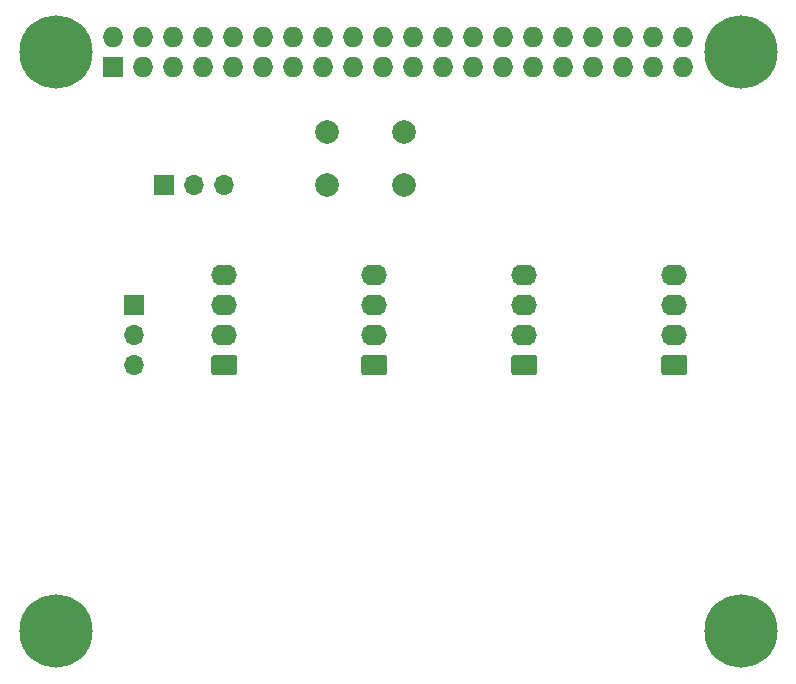
<source format=gbs>
G04 #@! TF.GenerationSoftware,KiCad,Pcbnew,(5.1.7)-1*
G04 #@! TF.CreationDate,2021-05-12T14:55:54+08:00*
G04 #@! TF.ProjectId,pi4-breakout,7069342d-6272-4656-916b-6f75742e6b69,rev?*
G04 #@! TF.SameCoordinates,Original*
G04 #@! TF.FileFunction,Soldermask,Bot*
G04 #@! TF.FilePolarity,Negative*
%FSLAX46Y46*%
G04 Gerber Fmt 4.6, Leading zero omitted, Abs format (unit mm)*
G04 Created by KiCad (PCBNEW (5.1.7)-1) date 2021-05-12 14:55:54*
%MOMM*%
%LPD*%
G01*
G04 APERTURE LIST*
%ADD10C,2.000000*%
%ADD11O,1.700000X1.700000*%
%ADD12R,1.700000X1.700000*%
%ADD13O,2.190000X1.740000*%
%ADD14R,1.727200X1.727200*%
%ADD15O,1.727200X1.727200*%
%ADD16C,6.200000*%
G04 APERTURE END LIST*
D10*
X138280000Y-91440000D03*
X138280000Y-86940000D03*
X144780000Y-91440000D03*
X144780000Y-86940000D03*
D11*
X121920000Y-106680000D03*
X121920000Y-104140000D03*
D12*
X121920000Y-101600000D03*
D11*
X129540000Y-91440000D03*
X127000000Y-91440000D03*
D12*
X124460000Y-91440000D03*
D13*
X167640000Y-99060000D03*
X167640000Y-101600000D03*
X167640000Y-104140000D03*
G36*
G01*
X168485001Y-107550000D02*
X166794999Y-107550000D01*
G75*
G02*
X166545000Y-107300001I0J249999D01*
G01*
X166545000Y-106059999D01*
G75*
G02*
X166794999Y-105810000I249999J0D01*
G01*
X168485001Y-105810000D01*
G75*
G02*
X168735000Y-106059999I0J-249999D01*
G01*
X168735000Y-107300001D01*
G75*
G02*
X168485001Y-107550000I-249999J0D01*
G01*
G37*
X154940000Y-99060000D03*
X154940000Y-101600000D03*
X154940000Y-104140000D03*
G36*
G01*
X155785001Y-107550000D02*
X154094999Y-107550000D01*
G75*
G02*
X153845000Y-107300001I0J249999D01*
G01*
X153845000Y-106059999D01*
G75*
G02*
X154094999Y-105810000I249999J0D01*
G01*
X155785001Y-105810000D01*
G75*
G02*
X156035000Y-106059999I0J-249999D01*
G01*
X156035000Y-107300001D01*
G75*
G02*
X155785001Y-107550000I-249999J0D01*
G01*
G37*
X142240000Y-99060000D03*
X142240000Y-101600000D03*
X142240000Y-104140000D03*
G36*
G01*
X143085001Y-107550000D02*
X141394999Y-107550000D01*
G75*
G02*
X141145000Y-107300001I0J249999D01*
G01*
X141145000Y-106059999D01*
G75*
G02*
X141394999Y-105810000I249999J0D01*
G01*
X143085001Y-105810000D01*
G75*
G02*
X143335000Y-106059999I0J-249999D01*
G01*
X143335000Y-107300001D01*
G75*
G02*
X143085001Y-107550000I-249999J0D01*
G01*
G37*
X129540000Y-99060000D03*
X129540000Y-101600000D03*
X129540000Y-104140000D03*
G36*
G01*
X130385001Y-107550000D02*
X128694999Y-107550000D01*
G75*
G02*
X128445000Y-107300001I0J249999D01*
G01*
X128445000Y-106059999D01*
G75*
G02*
X128694999Y-105810000I249999J0D01*
G01*
X130385001Y-105810000D01*
G75*
G02*
X130635000Y-106059999I0J-249999D01*
G01*
X130635000Y-107300001D01*
G75*
G02*
X130385001Y-107550000I-249999J0D01*
G01*
G37*
D14*
X120130000Y-81470000D03*
D15*
X120130000Y-78930000D03*
X122670000Y-81470000D03*
X122670000Y-78930000D03*
X125210000Y-81470000D03*
X125210000Y-78930000D03*
X127750000Y-81470000D03*
X127750000Y-78930000D03*
X130290000Y-81470000D03*
X130290000Y-78930000D03*
X132830000Y-81470000D03*
X132830000Y-78930000D03*
X135370000Y-81470000D03*
X135370000Y-78930000D03*
X137910000Y-81470000D03*
X137910000Y-78930000D03*
X140450000Y-81470000D03*
X140450000Y-78930000D03*
X142990000Y-81470000D03*
X142990000Y-78930000D03*
X145530000Y-81470000D03*
X145530000Y-78930000D03*
X148070000Y-81470000D03*
X148070000Y-78930000D03*
X150610000Y-81470000D03*
X150610000Y-78930000D03*
X153150000Y-81470000D03*
X153150000Y-78930000D03*
X155690000Y-81470000D03*
X155690000Y-78930000D03*
X158230000Y-81470000D03*
X158230000Y-78930000D03*
X160770000Y-81470000D03*
X160770000Y-78930000D03*
X163310000Y-81470000D03*
X163310000Y-78930000D03*
X165850000Y-81470000D03*
X165850000Y-78930000D03*
X168390000Y-81470000D03*
X168390000Y-78930000D03*
D16*
X173260000Y-80200000D03*
X173260000Y-129200000D03*
X115260000Y-129200000D03*
X115260000Y-80200000D03*
M02*

</source>
